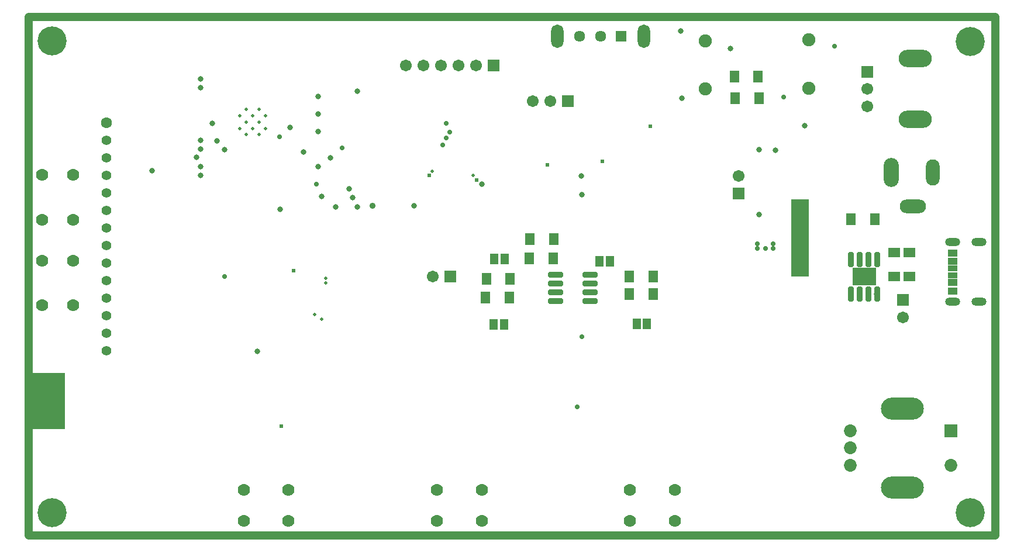
<source format=gbs>
G04 Layer_Color=16711935*
%FSLAX44Y44*%
%MOMM*%
G71*
G01*
G75*
%ADD49C,1.2000*%
%ADD89R,1.7032X1.7032*%
%ADD90R,1.4532X1.7032*%
%ADD91R,1.7032X1.7032*%
%ADD94R,1.7032X1.4532*%
%ADD101R,1.3032X1.6032*%
%ADD119C,1.7032*%
%ADD120O,4.8032X2.5032*%
%ADD121C,1.7112*%
%ADD122R,1.7112X1.7112*%
%ADD123O,2.2032X1.2032*%
%ADD124O,2.2032X4.2032*%
%ADD125O,2.0032X3.8032*%
%ADD126O,3.8032X2.0032*%
%ADD127C,1.7782*%
%ADD128C,0.5032*%
%ADD129R,2.6032X11.2032*%
%ADD130O,6.2032X3.2032*%
%ADD131C,1.8532*%
%ADD132R,1.8532X1.8532*%
%ADD133C,1.6112*%
%ADD134R,1.6112X1.6112*%
%ADD135O,1.8032X3.4032*%
%ADD136C,1.9032*%
%ADD137C,0.6032*%
%ADD138C,0.9032*%
%ADD139C,0.8032*%
%ADD140C,0.7032*%
%ADD141C,1.6032*%
%ADD142C,1.4032*%
%ADD143C,4.2032*%
%ADD144R,3.5052X2.6162*%
G04:AMPARAMS|DCode=145|XSize=2.1732mm|YSize=0.8032mm|CornerRadius=0.1766mm|HoleSize=0mm|Usage=FLASHONLY|Rotation=270.000|XOffset=0mm|YOffset=0mm|HoleType=Round|Shape=RoundedRectangle|*
%AMROUNDEDRECTD145*
21,1,2.1732,0.4500,0,0,270.0*
21,1,1.8200,0.8032,0,0,270.0*
1,1,0.3532,-0.2250,-0.9100*
1,1,0.3532,-0.2250,0.9100*
1,1,0.3532,0.2250,0.9100*
1,1,0.3532,0.2250,-0.9100*
%
%ADD145ROUNDEDRECTD145*%
%ADD146R,1.3532X0.9032*%
%ADD147R,1.3532X1.0032*%
%ADD148R,1.3532X1.1032*%
G04:AMPARAMS|DCode=149|XSize=2.1732mm|YSize=0.7732mm|CornerRadius=0.1729mm|HoleSize=0mm|Usage=FLASHONLY|Rotation=180.000|XOffset=0mm|YOffset=0mm|HoleType=Round|Shape=RoundedRectangle|*
%AMROUNDEDRECTD149*
21,1,2.1732,0.4275,0,0,180.0*
21,1,1.8275,0.7732,0,0,180.0*
1,1,0.3457,-0.9137,0.2137*
1,1,0.3457,0.9137,0.2137*
1,1,0.3457,0.9137,-0.2137*
1,1,0.3457,-0.9137,-0.2137*
%
%ADD149ROUNDEDRECTD149*%
%ADD150R,5.2032X8.2032*%
D49*
X261000Y442000D02*
X261000Y1193000D01*
X1661000Y1193000D01*
X1661000Y442000D02*
X1661000Y1193000D01*
X261000Y442000D02*
X1661000Y442000D01*
D89*
X1041400Y1071000D02*
D03*
X934400Y1123000D02*
D03*
X871400Y817000D02*
D03*
D90*
X1486000Y900000D02*
D03*
X1451500D02*
D03*
X1020250Y844000D02*
D03*
X985750D02*
D03*
X1165250Y817000D02*
D03*
X1130750D02*
D03*
X1165250Y792000D02*
D03*
X1130750D02*
D03*
X1021250Y872000D02*
D03*
X986750D02*
D03*
X957250Y787000D02*
D03*
X922750D02*
D03*
X958250Y814000D02*
D03*
X923750D02*
D03*
X1283750Y1076000D02*
D03*
X1318250D02*
D03*
X1282750Y1107000D02*
D03*
X1317250D02*
D03*
D91*
X1527000Y783400D02*
D03*
X1289000Y937600D02*
D03*
D94*
X1514000Y817750D02*
D03*
Y852250D02*
D03*
X1536000Y817750D02*
D03*
Y852250D02*
D03*
D101*
X935500Y843000D02*
D03*
X950500D02*
D03*
X1156500Y749000D02*
D03*
X1141500D02*
D03*
X1087500Y839000D02*
D03*
X1102500D02*
D03*
X934500Y748000D02*
D03*
X949500D02*
D03*
D119*
X1016000Y1071000D02*
D03*
X990600D02*
D03*
X1527000Y758000D02*
D03*
X1289000Y963000D02*
D03*
X807400Y1123000D02*
D03*
X832800D02*
D03*
X858200D02*
D03*
X883600D02*
D03*
X909000D02*
D03*
X846000Y817000D02*
D03*
D120*
X1545000Y1045000D02*
D03*
Y1133000D02*
D03*
D121*
X1475000Y1064000D02*
D03*
Y1089000D02*
D03*
D122*
Y1114000D02*
D03*
D123*
X1599050Y867200D02*
D03*
Y780800D02*
D03*
X1637050Y867200D02*
D03*
Y780800D02*
D03*
D124*
X1510000Y968000D02*
D03*
D125*
X1570000D02*
D03*
D126*
X1541000Y919000D02*
D03*
D127*
X1196500Y508500D02*
D03*
Y463500D02*
D03*
X1131500Y508500D02*
D03*
Y463500D02*
D03*
X917000Y508500D02*
D03*
Y463500D02*
D03*
X852000Y508500D02*
D03*
Y463500D02*
D03*
X637500Y508500D02*
D03*
Y463500D02*
D03*
X572500Y508500D02*
D03*
Y463500D02*
D03*
X280500Y840500D02*
D03*
X325500D02*
D03*
X280500Y775500D02*
D03*
X325500D02*
D03*
X280500Y964500D02*
D03*
X325500D02*
D03*
X280500Y899500D02*
D03*
X325500D02*
D03*
D128*
X576175Y1059525D02*
D03*
X594525D02*
D03*
X567000Y1050350D02*
D03*
X585350D02*
D03*
X603700D02*
D03*
X576175Y1041175D02*
D03*
X594525D02*
D03*
X567000Y1032000D02*
D03*
X585350D02*
D03*
X603700D02*
D03*
X576175Y1022825D02*
D03*
X594525D02*
D03*
X691000Y815000D02*
D03*
X1491000Y840000D02*
D03*
X845000Y970000D02*
D03*
X685000Y756000D02*
D03*
X904700Y964000D02*
D03*
X675000Y762000D02*
D03*
X691000Y808000D02*
D03*
D129*
X1378000Y873000D02*
D03*
D130*
X1526000Y512000D02*
D03*
Y626000D02*
D03*
D131*
X1451000Y544000D02*
D03*
Y569000D02*
D03*
Y594000D02*
D03*
X1596000Y544000D02*
D03*
D132*
Y594000D02*
D03*
D133*
X1059000Y1165000D02*
D03*
X1089000D02*
D03*
D134*
X1119000D02*
D03*
D135*
X1026500D02*
D03*
X1151500D02*
D03*
D136*
X1241000Y1089000D02*
D03*
Y1159000D02*
D03*
X1391000Y1090000D02*
D03*
Y1160000D02*
D03*
D137*
X645000Y826000D02*
D03*
X627000Y600850D02*
D03*
X910000Y957500D02*
D03*
X840998Y963998D02*
D03*
X1092000Y984000D02*
D03*
X1161000Y1035000D02*
D03*
X1012000Y979000D02*
D03*
D138*
X759000Y920000D02*
D03*
D139*
X698175Y989175D02*
D03*
X640000Y1033000D02*
D03*
X819000Y920000D02*
D03*
X737000Y1086000D02*
D03*
X680350Y1078075D02*
D03*
X1461000Y811000D02*
D03*
X1470500D02*
D03*
X1480000D02*
D03*
Y824000D02*
D03*
X1470500D02*
D03*
X1461000D02*
D03*
X1489000Y792000D02*
D03*
X1477000D02*
D03*
X1464000Y793000D02*
D03*
X1451950Y792250D02*
D03*
X1536000Y817750D02*
D03*
X1599000Y819000D02*
D03*
X510350Y1103475D02*
D03*
Y1090775D02*
D03*
Y1014575D02*
D03*
Y1001875D02*
D03*
Y963775D02*
D03*
X680350Y976475D02*
D03*
X374000Y936000D02*
D03*
X375000Y890000D02*
D03*
X680350Y1052675D02*
D03*
Y1027275D02*
D03*
X534000Y1014000D02*
D03*
X1319000Y907000D02*
D03*
X592000Y709000D02*
D03*
X545000Y1001000D02*
D03*
X510350Y976475D02*
D03*
X685000Y933000D02*
D03*
X730000Y932000D02*
D03*
X625000Y915000D02*
D03*
X706000Y918000D02*
D03*
X737000D02*
D03*
X725000Y944000D02*
D03*
X917000Y951000D02*
D03*
X1385000Y1036000D02*
D03*
X1061000Y963000D02*
D03*
X1062000Y936000D02*
D03*
X1205000Y1173000D02*
D03*
X1207000Y1076000D02*
D03*
X1277000Y1148000D02*
D03*
X1319000Y1001000D02*
D03*
X1342000Y1000000D02*
D03*
X504000Y990000D02*
D03*
X527000Y1039000D02*
D03*
X659000Y998000D02*
D03*
X439999Y970998D02*
D03*
D140*
X678000Y951000D02*
D03*
X1354000Y1077000D02*
D03*
X1428000Y1151000D02*
D03*
X1055000Y629000D02*
D03*
X1062000Y730000D02*
D03*
X715000Y1004000D02*
D03*
X1328000Y858000D02*
D03*
X1316000D02*
D03*
X1339000Y865000D02*
D03*
Y858000D02*
D03*
X1316000Y865000D02*
D03*
X985000Y844000D02*
D03*
X866000Y1039000D02*
D03*
X871000Y1026350D02*
D03*
X866000Y1018000D02*
D03*
X861000Y1008000D02*
D03*
X545000Y817000D02*
D03*
X624000Y1020000D02*
D03*
D141*
X373380Y1040450D02*
D03*
D142*
Y1015050D02*
D03*
Y964250D02*
D03*
Y989650D02*
D03*
Y938850D02*
D03*
Y913450D02*
D03*
Y888050D02*
D03*
Y862650D02*
D03*
Y837250D02*
D03*
Y811850D02*
D03*
Y786450D02*
D03*
Y761050D02*
D03*
Y735650D02*
D03*
Y710250D02*
D03*
D143*
X295000Y1159000D02*
D03*
X1624000Y1158000D02*
D03*
Y475000D02*
D03*
X295000D02*
D03*
D144*
X1471000Y817000D02*
D03*
D145*
X1451950Y792250D02*
D03*
X1464650D02*
D03*
X1477350D02*
D03*
X1490050D02*
D03*
Y841750D02*
D03*
X1477350D02*
D03*
X1464650D02*
D03*
X1451950D02*
D03*
D146*
X1599000Y819000D02*
D03*
Y829000D02*
D03*
D147*
Y839200D02*
D03*
Y808800D02*
D03*
D148*
Y851500D02*
D03*
Y796500D02*
D03*
D149*
X1073750Y820050D02*
D03*
Y807350D02*
D03*
Y794650D02*
D03*
Y781950D02*
D03*
X1024250D02*
D03*
Y794650D02*
D03*
Y807350D02*
D03*
Y820050D02*
D03*
D150*
X288000Y637000D02*
D03*
M02*

</source>
